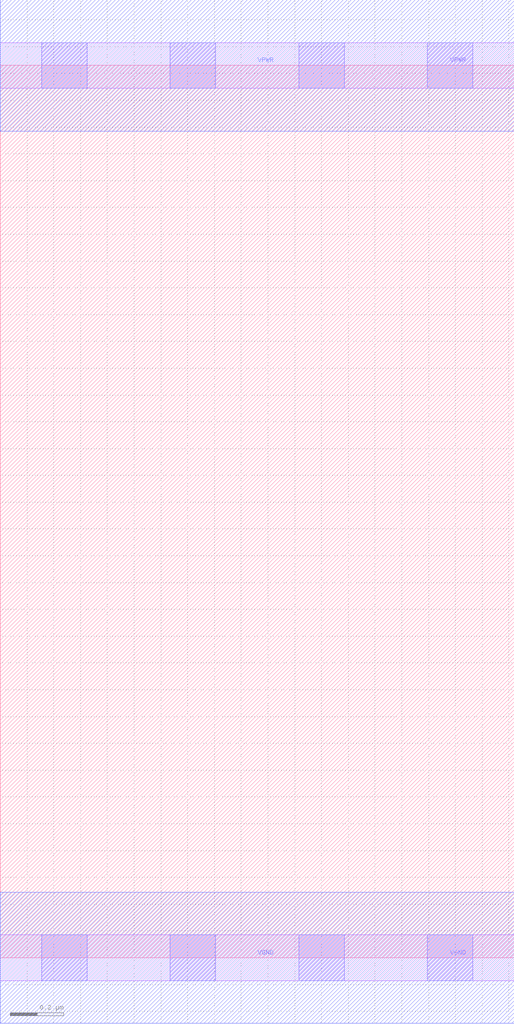
<source format=lef>
# Copyright 2020 The SkyWater PDK Authors
#
# Licensed under the Apache License, Version 2.0 (the "License");
# you may not use this file except in compliance with the License.
# You may obtain a copy of the License at
#
#     https://www.apache.org/licenses/LICENSE-2.0
#
# Unless required by applicable law or agreed to in writing, software
# distributed under the License is distributed on an "AS IS" BASIS,
# WITHOUT WARRANTIES OR CONDITIONS OF ANY KIND, either express or implied.
# See the License for the specific language governing permissions and
# limitations under the License.
#
# SPDX-License-Identifier: Apache-2.0

VERSION 5.7 ;
  NAMESCASESENSITIVE ON ;
  NOWIREEXTENSIONATPIN ON ;
  DIVIDERCHAR "/" ;
  BUSBITCHARS "[]" ;
UNITS
  DATABASE MICRONS 200 ;
END UNITS
MACRO sky130_fd_sc_hs__fill_4
  CLASS CORE ;
  SOURCE USER ;
  FOREIGN sky130_fd_sc_hs__fill_4 ;
  ORIGIN  0.000000  0.000000 ;
  SIZE  1.920000 BY  3.330000 ;
  SYMMETRY X Y ;
  SITE unit ;
  PIN VGND
    DIRECTION INOUT ;
    USE GROUND ;
    PORT
      LAYER li1 ;
        RECT 0.000000 -0.085000 1.920000 0.085000 ;
      LAYER mcon ;
        RECT 0.155000 -0.085000 0.325000 0.085000 ;
        RECT 0.635000 -0.085000 0.805000 0.085000 ;
        RECT 1.115000 -0.085000 1.285000 0.085000 ;
        RECT 1.595000 -0.085000 1.765000 0.085000 ;
      LAYER met1 ;
        RECT 0.000000 -0.245000 1.920000 0.245000 ;
    END
  END VGND
  PIN VPWR
    DIRECTION INOUT ;
    USE POWER ;
    PORT
      LAYER li1 ;
        RECT 0.000000 3.245000 1.920000 3.415000 ;
      LAYER mcon ;
        RECT 0.155000 3.245000 0.325000 3.415000 ;
        RECT 0.635000 3.245000 0.805000 3.415000 ;
        RECT 1.115000 3.245000 1.285000 3.415000 ;
        RECT 1.595000 3.245000 1.765000 3.415000 ;
      LAYER met1 ;
        RECT 0.000000 3.085000 1.920000 3.575000 ;
    END
  END VPWR
END sky130_fd_sc_hs__fill_4

</source>
